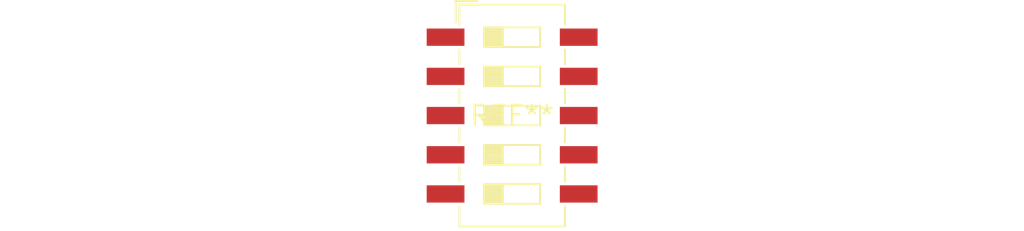
<source format=kicad_pcb>
(kicad_pcb (version 20240108) (generator pcbnew)
  (layers (0 "F.Cu" signal) (31 "B.Cu" signal) (34 "B.Paste" user) (35 "F.Paste" user) (36 "B.SilkS" user "B.Silkscreen") (37 "F.SilkS" user "F.Silkscreen") (38 "B.Mask" user) (39 "F.Mask" user) (44 "Edge.Cuts" user))
  (net 0 "")
  (footprint "SW_DIP_SPSTx05_Slide_6.7x14.26mm_W8.61mm_P2.54mm_LowProfile" (layer "F.Cu") (at 0 0)
    (property "Reference" "REF**")
    (property "Value" "SW_DIP_SPSTx05_Slide_6.7x14.26mm_W8.61mm_P2.54mm_LowProfile")
    (fp_line (start -3.65 -7.43) (end -3.65 -6.047) (layer "F.SilkS") (stroke (width 0.12)))
    (fp_line (start -3.65 -7.43) (end -2.267 -7.43) (layer "F.SilkS") (stroke (width 0.12)))
    (fp_line (start -3.41 -7.19) (end -3.41 -5.88) (layer "F.SilkS") (stroke (width 0.12)))
    (fp_line (start -3.41 -7.19) (end 3.41 -7.19) (layer "F.SilkS") (stroke (width 0.12)))
    (fp_line (start -3.41 -4.28) (end -3.41 -3.34) (layer "F.SilkS") (stroke (width 0.12)))
    (fp_line (start -3.41 -1.74) (end -3.41 -0.8) (layer "F.SilkS") (stroke (width 0.12)))
    (fp_line (start -3.41 0.8) (end -3.41 1.74) (layer "F.SilkS") (stroke (width 0.12)))
    (fp_line (start -3.41 3.34) (end -3.41 4.28) (layer "F.SilkS") (stroke (width 0.12)))
    (fp_line (start -3.41 5.88) (end -3.41 7.191) (layer "F.SilkS") (stroke (width 0.12)))
    (fp_line (start -3.41 7.191) (end 3.41 7.191) (layer "F.SilkS") (stroke (width 0.12)))
    (fp_line (start -1.81 -5.715) (end -1.81 -4.445) (layer "F.SilkS") (stroke (width 0.12)))
    (fp_line (start -1.81 -5.595) (end -0.603333 -5.595) (layer "F.SilkS") (stroke (width 0.12)))
    (fp_line (start -1.81 -5.475) (end -0.603333 -5.475) (layer "F.SilkS") (stroke (width 0.12)))
    (fp_line (start -1.81 -5.355) (end -0.603333 -5.355) (layer "F.SilkS") (stroke (width 0.12)))
    (fp_line (start -1.81 -5.235) (end -0.603333 -5.235) (layer "F.SilkS") (stroke (width 0.12)))
    (fp_line (start -1.81 -5.115) (end -0.603333 -5.115) (layer "F.SilkS") (stroke (width 0.12)))
    (fp_line (start -1.81 -4.995) (end -0.603333 -4.995) (layer "F.SilkS") (stroke (width 0.12)))
    (fp_line (start -1.81 -4.875) (end -0.603333 -4.875) (layer "F.SilkS") (stroke (width 0.12)))
    (fp_line (start -1.81 -4.755) (end -0.603333 -4.755) (layer "F.SilkS") (stroke (width 0.12)))
    (fp_line (start -1.81 -4.635) (end -0.603333 -4.635) (layer "F.SilkS") (stroke (width 0.12)))
    (fp_line (start -1.81 -4.515) (end -0.603333 -4.515) (layer "F.SilkS") (stroke (width 0.12)))
    (fp_line (start -1.81 -4.445) (end 1.81 -4.445) (layer "F.SilkS") (stroke (width 0.12)))
    (fp_line (start -1.81 -3.175) (end -1.81 -1.905) (layer "F.SilkS") (stroke (width 0.12)))
    (fp_line (start -1.81 -3.055) (end -0.603333 -3.055) (layer "F.SilkS") (stroke (width 0.12)))
    (fp_line (start -1.81 -2.935) (end -0.603333 -2.935) (layer "F.SilkS") (stroke (width 0.12)))
    (fp_line (start -1.81 -2.815) (end -0.603333 -2.815) (layer "F.SilkS") (stroke (width 0.12)))
    (fp_line (start -1.81 -2.695) (end -0.603333 -2.695) (layer "F.SilkS") (stroke (width 0.12)))
    (fp_line (start -1.81 -2.575) (end -0.603333 -2.575) (layer "F.SilkS") (stroke (width 0.12)))
    (fp_line (start -1.81 -2.455) (end -0.603333 -2.455) (layer "F.SilkS") (stroke (width 0.12)))
    (fp_line (start -1.81 -2.335) (end -0.603333 -2.335) (layer "F.SilkS") (stroke (width 0.12)))
    (fp_line (start -1.81 -2.215) (end -0.603333 -2.215) (layer "F.SilkS") (stroke (width 0.12)))
    (fp_line (start -1.81 -2.095) (end -0.603333 -2.095) (layer "F.SilkS") (stroke (width 0.12)))
    (fp_line (start -1.81 -1.975) (end -0.603333 -1.975) (layer "F.SilkS") (stroke (width 0.12)))
    (fp_line (start -1.81 -1.905) (end 1.81 -1.905) (layer "F.SilkS") (stroke (width 0.12)))
    (fp_line (start -1.81 -0.635) (end -1.81 0.635) (layer "F.SilkS") (stroke (width 0.12)))
    (fp_line (start -1.81 -0.515) (end -0.603333 -0.515) (layer "F.SilkS") (stroke (width 0.12)))
    (fp_line (start -1.81 -0.395) (end -0.603333 -0.395) (layer "F.SilkS") (stroke (width 0.12)))
    (fp_line (start -1.81 -0.275) (end -0.603333 -0.275) (layer "F.SilkS") (stroke (width 0.12)))
    (fp_line (start -1.81 -0.155) (end -0.603333 -0.155) (layer "F.SilkS") (stroke (width 0.12)))
    (fp_line (start -1.81 -0.035) (end -0.603333 -0.035) (layer "F.SilkS") (stroke (width 0.12)))
    (fp_line (start -1.81 0.085) (end -0.603333 0.085) (layer "F.SilkS") (stroke (width 0.12)))
    (fp_line (start -1.81 0.205) (end -0.603333 0.205) (layer "F.SilkS") (stroke (width 0.12)))
    (fp_line (start -1.81 0.325) (end -0.603333 0.325) (layer "F.SilkS") (stroke (width 0.12)))
    (fp_line (start -1.81 0.445) (end -0.603333 0.445) (layer "F.SilkS") (stroke (width 0.12)))
    (fp_line (start -1.81 0.565) (end -0.603333 0.565) (layer "F.SilkS") (stroke (width 0.12)))
    (fp_line (start -1.81 0.635) (end 1.81 0.635) (layer "F.SilkS") (stroke (width 0.12)))
    (fp_line (start -1.81 1.905) (end -1.81 3.175) (layer "F.SilkS") (stroke (width 0.12)))
    (fp_line (start -1.81 2.025) (end -0.603333 2.025) (layer "F.SilkS") (stroke (width 0.12)))
    (fp_line (start -1.81 2.145) (end -0.603333 2.145) (layer "F.SilkS") (stroke (width 0.12)))
    (fp_line (start -1.81 2.265) (end -0.603333 2.265) (layer "F.SilkS") (stroke (width 0.12)))
    (fp_line (start -1.81 2.385) (end -0.603333 2.385) (layer "F.SilkS") (stroke (width 0.12)))
    (fp_line (start -1.81 2.505) (end -0.603333 2.505) (layer "F.SilkS") (stroke (width 0.12)))
    (fp_line (start -1.81 2.625) (end -0.603333 2.625) (layer "F.SilkS") (stroke (width 0.12)))
    (fp_line (start -1.81 2.745) (end -0.603333 2.745) (layer "F.SilkS") (stroke (width 0.12)))
    (fp_line (start -1.81 2.865) (end -0.603333 2.865) (layer "F.SilkS") (stroke (width 0.12)))
    (fp_line (start -1.81 2.985) (end -0.603333 2.985) (layer "F.SilkS") (stroke (width 0.12)))
    (fp_line (start -1.81 3.105) (end -0.603333 3.105) (layer "F.SilkS") (stroke (width 0.12)))
    (fp_line (start -1.81 3.175) (end 1.81 3.175) (layer "F.SilkS") (stroke (width 0.12)))
    (fp_line (start -1.81 4.445) (end -1.81 5.715) (layer "F.SilkS") (stroke (width 0.12)))
    (fp_line (start -1.81 4.565) (end -0.603333 4.565) (layer "F.SilkS") (stroke (width 0.12)))
    (fp_line (start -1.81 4.685) (end -0.603333 4.685) (layer "F.SilkS") (stroke (width 0.12)))
    (fp_line (start -1.81 4.805) (end -0.603333 4.805) (layer "F.SilkS") (stroke (width 0.12)))
    (fp_line (start -1.81 4.925) (end -0.603333 4.925) (layer "F.SilkS") (stroke (width 0.12)))
    (fp_line (start -1.81 5.045) (end -0.603333 5.045) (layer "F.SilkS") (stroke (width 0.12)))
    (fp_line (start -1.81 5.165) (end -0.603333 5.165) (layer "F.SilkS") (stroke (width 0.12)))
    (fp_line (start -1.81 5.285) (end -0.603333 5.285) (layer "F.SilkS") (stroke (width 0.12)))
    (fp_line (start -1.81 5.405) (end -0.603333 5.405) (layer "F.SilkS") (stroke (width 0.12)))
    (fp_line (start -1.81 5.525) (end -0.603333 5.525) (layer "F.SilkS") (stroke (width 0.12)))
    (fp_line (start -1.81 5.645) (end -0.603333 5.645) (layer "F.SilkS") (stroke (width 0.12)))
    (fp_line (start -1.81 5.715) (end 1.81 5.715) (layer "F.SilkS") (stroke (width 0.12)))
    (fp_line (start -0.603333 -5.715) (end -0.603333 -4.445) (layer "F.SilkS") (stroke (width 0.12)))
    (fp_line (start -0.603333 -3.175) (end -0.603333 -1.905) (layer "F.SilkS") (stroke (width 0.12)))
    (fp_line (start -0.603333 -0.635) (end -0.603333 0.635) (layer "F.SilkS") (stroke (width 0.12)))
    (fp_line (start -0.603333 1.905) (end -0.603333 3.175) (layer "F.SilkS") (stroke (width 0.12)))
    (fp_line (start -0.603333 4.445) (end -0.603333 5.715) (layer "F.SilkS") (stroke (width 0.12)))
    (fp_line (start 1.81 -5.715) (end -1.81 -5.715) (layer "F.SilkS") (stroke (width 0.12)))
    (fp_line (start 1.81 -4.445) (end 1.81 -5.715) (layer "F.SilkS") (stroke (width 0.12)))
    (fp_line (start 1.81 -3.175) (end -1.81 -3.175) (layer "F.SilkS") (stroke (width 0.12)))
    (fp_line (start 1.81 -1.905) (end 1.81 -3.175) (layer "F.SilkS") (stroke (width 0.12)))
    (fp_line (start 1.81 -0.635) (end -1.81 -0.635) (layer "F.SilkS") (stroke (width 0.12)))
    (fp_line (start 1.81 0.635) (end 1.81 -0.635) (layer "F.SilkS") (stroke (width 0.12)))
    (fp_line (start 1.81 1.905) (end -1.81 1.905) (layer "F.SilkS") (stroke (width 0.12)))
    (fp_line (start 1.81 3.175) (end 1.81 1.905) (layer "F.SilkS") (stroke (width 0.12)))
    (fp_line (start 1.81 4.445) (end -1.81 4.445) (layer "F.SilkS") (stroke (width 0.12)))
    (fp_line (start 1.81 5.715) (end 1.81 4.445) (layer "F.SilkS") (stroke (width 0.12)))
    (fp_line (start 3.41 -7.19) (end 3.41 -5.88) (layer "F.SilkS") (stroke (width 0.12)))
    (fp_line (start 3.41 -4.28) (end 3.41 -3.34) (layer "F.SilkS") (stroke (width 0.12)))
    (fp_line (start 3.41 -1.74) (end 3.41 -0.8) (layer "F.SilkS") (stroke (width 0.12)))
    (fp_line (start 3.41 0.8) (end 3.41 1.74) (layer "F.SilkS") (stroke (width 0.12)))
    (fp_line (start 3.41 3.34) (end 3.41 4.28) (layer "F.SilkS") (stroke (width 0.12)))
    (fp_line (start 3.41 5.88) (end 3.41 7.191) (layer "F.SilkS") (stroke (width 0.12)))
    (pad "1" smd rect (at -4.305 -5.08) (size 2.44 1.12) (layers "F.Cu" "F.Paste" "F.Mask"))
    (pad "2" smd rect (at -4.305 -2.54) (size 2.44 1.12) (layers "F.Cu" "F.Paste" "F.Mask"))
    (pad "3" smd rect (at -4.305 0) (size 2.44 1.12) (layers "F.Cu" "F.Paste" "F.Mask"))
    (pad "4" smd rect (at -4.305 2.54) (size 2.44 1.12) (layers "F.Cu" "F.Paste" "F.Mask"))
    (pad "5" smd rect (at -4.305 5.08) (size 2.44 1.12) (layers "F.Cu" "F.Paste" "F.Mask"))
    (pad "6" smd rect (at 4.305 5.08) (size 2.44 1.12) (layers "F.Cu" "F.Paste" "F.Mask"))
    (pad "7" smd rect (at 4.305 2.54) (size 2.44 1.12) (layers "F.Cu" "F.Paste" "F.Mask"))
    (pad "8" smd rect (at 4.305 0) (size 2.44 1.12) (layers "F.Cu" "F.Paste" "F.Mask"))
    (pad "9" smd rect (at 4.305 -2.54) (size 2.44 1.12) (layers "F.Cu" "F.Paste" "F.Mask"))
    (pad "10" smd rect (at 4.305 -5.08) (size 2.44 1.12) (layers "F.Cu" "F.Paste" "F.Mask"))
  )
)
</source>
